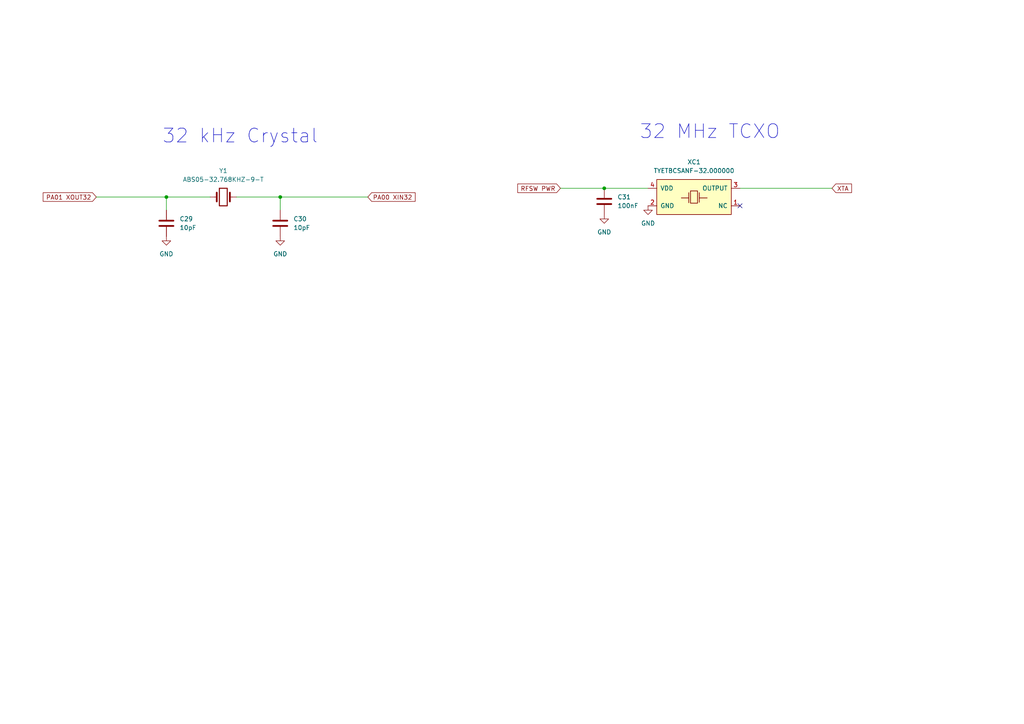
<source format=kicad_sch>
(kicad_sch (version 20211123) (generator eeschema)
  (paper "A4")
  (lib_symbols
    (symbol "Device:C" (pin_numbers hide) (pin_names (offset 0.254))
      (property "Reference" "C" (at 0.635 2.54 0))
      (property "Value" "C" (at 0.635 -2.54 0))
      (symbol "C_0_1"
        (polyline (pts (xy -2.032 -0.762) (xy 2.032 -0.762)) (stroke (width 0.508)))
        (polyline (pts (xy -2.032 0.762) (xy 2.032 0.762)) (stroke (width 0.508)))
      )
      (symbol "C_1_1"
        (pin passive line (at 0 3.81 270) (length 2.794) (name "~") (number "1"))
        (pin passive line (at 0 -3.81 90) (length 2.794) (name "~") (number "2"))
      )
    )
    (symbol "Device:Crystal" (pin_numbers hide) (pin_names (offset 1.016) hide)
      (property "Reference" "Y" (at 0 3.81 0))
      (property "Value" "Crystal" (at 0 -3.81 0))
      (symbol "Crystal_0_1"
        (rectangle (start -1.143 2.54) (end 1.143 -2.54) (stroke (width 0.3048)))
        (polyline (pts (xy -2.54 0) (xy -1.905 0)))
        (polyline (pts (xy -1.905 -1.27) (xy -1.905 1.27)) (stroke (width 0.508)))
        (polyline (pts (xy 1.905 -1.27) (xy 1.905 1.27)) (stroke (width 0.508)))
        (polyline (pts (xy 2.54 0) (xy 1.905 0)))
      )
      (symbol "Crystal_1_1"
        (pin passive line (at -3.81 0 0) (length 1.27) (name "1") (number "1"))
        (pin passive line (at 3.81 0 180) (length 1.27) (name "2") (number "2"))
      )
    )
    (symbol "power:GND" (power) (pin_names (offset 0))
      (property "Value" "GND" (at 0 -3.81 0))
      (symbol "GND_0_1"
        (polyline (pts (xy 0 0) (xy 0 -1.27) (xy 1.27 -1.27) (xy 0 -2.54) (xy -1.27 -1.27) (xy 0 -1.27)))
      )
      (symbol "GND_1_1"
        (pin power_in line (at 0 0 270) (length 0) hide (name "GND") (number "1"))
      )
    )
    (symbol "tyetbcsanf-32.000000-tinyloramodule-symbol-lib-tlm-v1-rescue:TYETBCSANF-32.000000-TinyLoraModule-Symbol-Lib-TLM-v1-rescue" (pin_names (offset 1.016))
      (property "Reference" "XC?" (at 2.54 3.81 0))
      (property "Value" "TYETBCSANF-32.000000-TinyLoraModule-Symbol-Lib-TLM-v1-rescue" (at 10.668 -8.89 0))
      (symbol "TYETBCSANF-32.000000-TinyLoraModule-Symbol-Lib-TLM-v1-rescue_0_1"
        (polyline (pts (xy 9.271 -2.794) (xy 7.112 -2.794)) (stroke (width 0.2032)))
        (polyline (pts (xy 12.319 -2.794) (xy 14.605 -2.794)) (stroke (width 0.2032)))
        (rectangle (start 0 2.54) (end 21.59 -7.62) (stroke (width 0.2032)) (fill (type background)))
        (rectangle (start 9.271 -1.27) (end 9.271 -4.191) (stroke (width 0.2032)))
        (rectangle (start 9.779 -0.762) (end 11.811 -4.318) (stroke (width 0.2032)))
        (rectangle (start 12.319 -1.27) (end 12.319 -4.064) (stroke (width 0.2032)))
      )
      (symbol "TYETBCSANF-32.000000-TinyLoraModule-Symbol-Lib-TLM-v1-rescue_1_1"
        (pin passive line (at 24.13 -5.08 180) (length 2.54) (name "NC") (number "1"))
        (pin power_in line (at -2.54 -5.08 0) (length 2.54) (name "GND") (number "2"))
        (pin output line (at 24.13 0 180) (length 2.54) (name "OUTPUT") (number "3"))
        (pin input line (at -2.54 0 0) (length 2.54) (name "VDD") (number "4"))
      )
    )
  )
  (junction (at 81.28 57.15))
  (junction (at 175.26 54.61))
  (junction (at 48.26 57.15))
  (no_connect (at 214.63 59.69))
  (wire (pts (xy 68.58 57.15) (xy 81.28 57.15)))
  (wire (pts (xy 162.56 54.61) (xy 175.26 54.61)))
  (wire (pts (xy 214.63 54.61) (xy 241.3 54.61)))
  (wire (pts (xy 175.26 54.61) (xy 187.96 54.61)))
  (wire (pts (xy 81.28 57.15) (xy 106.68 57.15)))
  (wire (pts (xy 27.94 57.15) (xy 48.26 57.15)))
  (wire (pts (xy 60.96 57.15) (xy 48.26 57.15)))
  (wire (pts (xy 48.26 57.15) (xy 48.26 60.96)))
  (wire (pts (xy 81.28 57.15) (xy 81.28 60.96)))
  (text "32 kHz Crystal" (at 46.99 41.91 0) (effects (font (size 4 4)) (justify left bottom)))
  (text "32 MHz TCXO" (at 185.42 40.64 0) (effects (font (size 4 4)) (justify left bottom)))
  (global_label "RFSW PWR" (shape input) (at 162.56 54.61 180) (property "Intersheet References" "${INTERSHEET_REFS}" (effects hide)))
  (global_label "XTA" (shape input) (at 241.3 54.61 0) (property "Intersheet References" "${INTERSHEET_REFS}" (effects hide)))
  (global_label "PA01 XOUT32" (shape input) (at 27.94 57.15 180) (property "Intersheet References" "${INTERSHEET_REFS}" (effects hide)))
  (global_label "PA00 XIN32" (shape input) (at 106.68 57.15 0) (property "Intersheet References" "${INTERSHEET_REFS}" (effects hide)))
  (symbol (lib_id "power:GND") (at 81.28 68.58 0) (unit 1)
    (property "Reference" "#PWR0132" (effects hide))
    (property "Value" "GND" (at 81.28 73.66 0))
  )
  (symbol (lib_id "power:GND") (at 175.26 62.23 0) (unit 1)
    (property "Reference" "#PWR0134" (effects hide))
    (property "Value" "GND" (at 175.26 67.31 0))
  )
  (symbol (lib_id "power:GND") (at 187.96 59.69 0) (unit 1)
    (property "Reference" "#PWR0133" (effects hide))
    (property "Value" "GND" (at 187.96 64.77 0))
  )
  (symbol (lib_id "Device:C") (at 81.28 64.77 0) (unit 1)
    (property "Reference" "C30" (at 85.09 63.4999 0) (effects (justify left)))
    (property "Value" "10pF" (at 85.09 66.0399 0) (effects (justify left)))
    (property "Footprint" "Capacitor_SMD:C_0201_0603Metric" (effects hide))
  )
  (symbol (lib_id "tyetbcsanf-32.000000-tinyloramodule-symbol-lib-tlm-v1-rescue:TYETBCSANF-32.000000-TinyLoraModule-Symbol-Lib-TLM-v1-rescue") (at 190.5 54.61 0) (unit 1)
    (property "Reference" "XC1" (at 201.295 46.99 0))
    (property "Value" "TYETBCSANF-32.000000" (at 201.295 49.53 0))
    (property "Footprint" "Oscillator_1:Oscilator_2.5x2.0" (effects hide))
  )
  (symbol (lib_id "Device:C") (at 175.26 58.42 0) (unit 1)
    (property "Reference" "C31" (at 179.07 57.1499 0) (effects (justify left)))
    (property "Value" "100nF" (at 179.07 59.6899 0) (effects (justify left)))
    (property "Footprint" "Capacitor_SMD:C_0603_1608Metric" (effects hide))
  )
  (symbol (lib_id "Device:C") (at 48.26 64.77 0) (unit 1)
    (property "Reference" "C29" (at 52.07 63.4999 0) (effects (justify left)))
    (property "Value" "10pF" (at 52.07 66.0399 0) (effects (justify left)))
    (property "Footprint" "Capacitor_SMD:C_0201_0603Metric" (effects hide))
  )
  (symbol (lib_id "power:GND") (at 48.26 68.58 0) (unit 1)
    (property "Reference" "#PWR0131" (effects hide))
    (property "Value" "GND" (at 48.26 73.66 0))
  )
  (symbol (lib_id "Device:Crystal") (at 64.77 57.15 0) (unit 1)
    (property "Reference" "Y1" (at 64.77 49.53 0))
    (property "Value" "ABS05-32.768KHZ-9-T" (at 64.77 52.07 0))
    (property "Footprint" "KiCad:ABS0532768KHZ9T" (effects hide))
  )
)
</source>
